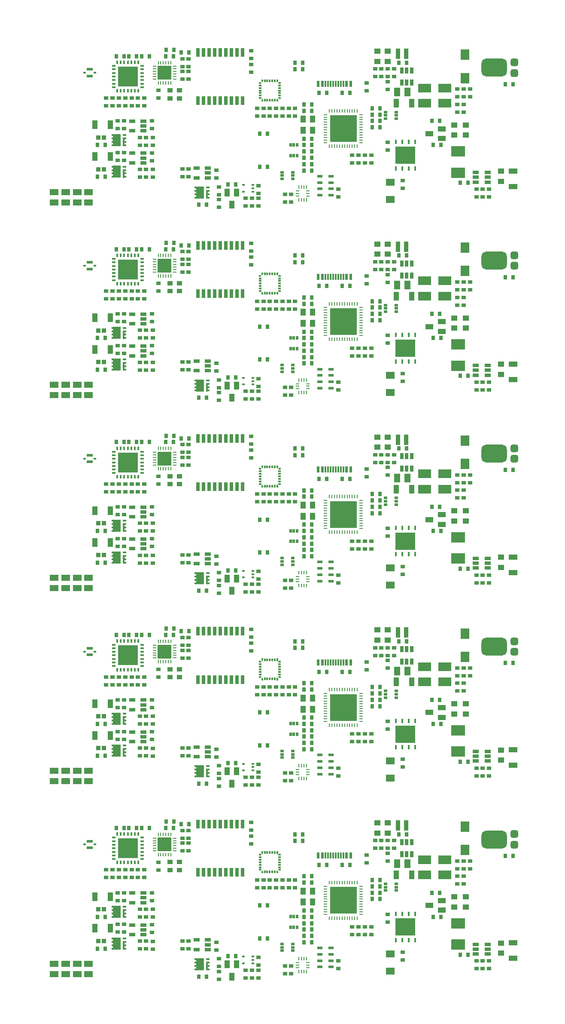
<source format=gtp>
G04*
G04 #@! TF.GenerationSoftware,Altium Limited,Altium Designer,22.1.2 (22)*
G04*
G04 Layer_Color=8421504*
%FSLAX44Y44*%
%MOMM*%
G71*
G04*
G04 #@! TF.SameCoordinates,9A175420-6E9C-451E-8E29-60AB4C3F01C6*
G04*
G04*
G04 #@! TF.FilePolarity,Positive*
G04*
G01*
G75*
%ADD10C,0.1000*%
%ADD14R,1.7000X1.4000*%
%ADD17R,0.7000X1.8000*%
%ADD18R,0.8000X1.8000*%
%ADD19R,0.8890X0.6350*%
%ADD20R,0.6350X0.8890*%
%ADD21R,0.5000X0.8000*%
%ADD22R,0.8500X2.0000*%
%ADD23R,0.7000X1.2000*%
%ADD24R,1.1000X1.4000*%
%ADD25R,1.2500X1.0000*%
%ADD26R,1.0160X1.7780*%
%ADD27R,0.8000X0.5000*%
%ADD28R,1.7780X1.0160*%
%ADD29R,1.5000X1.0000*%
%ADD30R,1.8000X2.0000*%
%ADD31R,0.3000X0.3500*%
%ADD32R,0.3000X0.5500*%
%ADD33R,0.3500X0.3000*%
%ADD34R,0.5500X0.3000*%
%ADD35R,1.2000X0.7000*%
%ADD36R,0.2500X0.6750*%
%ADD37R,0.6750X0.2500*%
%ADD38R,1.2500X0.5500*%
%ADD39R,0.5500X0.3500*%
%ADD40R,1.0000X0.9000*%
%ADD41R,0.6000X0.4200*%
%ADD42R,2.5000X1.7000*%
%ADD43R,1.0000X1.5000*%
%ADD44R,5.3000X5.3000*%
%ADD45O,0.2500X0.8000*%
%ADD46O,0.8000X0.2500*%
G04:AMPARAMS|DCode=47|XSize=5mm|YSize=3.5mm|CornerRadius=0.875mm|HoleSize=0mm|Usage=FLASHONLY|Rotation=180.000|XOffset=0mm|YOffset=0mm|HoleType=Round|Shape=RoundedRectangle|*
%AMROUNDEDRECTD47*
21,1,5.0000,1.7500,0,0,180.0*
21,1,3.2500,3.5000,0,0,180.0*
1,1,1.7500,-1.6250,0.8750*
1,1,1.7500,1.6250,0.8750*
1,1,1.7500,1.6250,-0.8750*
1,1,1.7500,-1.6250,-0.8750*
%
%ADD47ROUNDEDRECTD47*%
G04:AMPARAMS|DCode=48|XSize=1.5mm|YSize=1.5mm|CornerRadius=0.375mm|HoleSize=0mm|Usage=FLASHONLY|Rotation=180.000|XOffset=0mm|YOffset=0mm|HoleType=Round|Shape=RoundedRectangle|*
%AMROUNDEDRECTD48*
21,1,1.5000,0.7500,0,0,180.0*
21,1,0.7500,1.5000,0,0,180.0*
1,1,0.7500,-0.3750,0.3750*
1,1,0.7500,0.3750,0.3750*
1,1,0.7500,0.3750,-0.3750*
1,1,0.7500,-0.3750,-0.3750*
%
%ADD48ROUNDEDRECTD48*%
%ADD49R,0.3000X1.2500*%
%ADD50R,0.6000X1.2500*%
%ADD51R,0.8000X0.3500*%
%ADD52R,0.4500X1.6800*%
%ADD53R,1.5500X2.3600*%
%ADD54R,1.6510X1.1430*%
%ADD55R,0.9000X0.9000*%
%ADD56O,0.2200X0.7000*%
%ADD57O,0.7000X0.2200*%
%ADD58R,2.6800X2.6800*%
%ADD59R,3.8750X3.8750*%
%ADD60R,0.7000X0.4000*%
%ADD61R,0.4000X0.7000*%
%ADD62R,4.0000X3.4000*%
%ADD63R,0.4500X0.9000*%
%ADD64R,2.7900X2.0000*%
%ADD65R,1.1430X1.6510*%
%ADD66R,1.1000X0.6000*%
G36*
X541500Y1827750D02*
X540000Y1826250D01*
X538500D01*
Y1830000D01*
X541500D01*
Y1827750D01*
D02*
G37*
G36*
X511500Y1826250D02*
X510000D01*
X508500Y1827750D01*
Y1830000D01*
X511500D01*
Y1826250D01*
D02*
G37*
G36*
X545000Y1823500D02*
X541250D01*
Y1825000D01*
X542750Y1826500D01*
X545000D01*
Y1823500D01*
D02*
G37*
G36*
X508750Y1825000D02*
Y1823500D01*
X505000D01*
Y1826500D01*
X507250D01*
X508750Y1825000D01*
D02*
G37*
G36*
X545000Y1793500D02*
X542750D01*
X541250Y1795000D01*
Y1796500D01*
X545000D01*
Y1793500D01*
D02*
G37*
G36*
X508750Y1795000D02*
X507250Y1793500D01*
X505000D01*
Y1796500D01*
X508750D01*
Y1795000D01*
D02*
G37*
G36*
X541500Y1792250D02*
Y1790000D01*
X538500D01*
Y1793750D01*
X540000D01*
X541500Y1792250D01*
D02*
G37*
G36*
X511500Y1790000D02*
X508500D01*
Y1792250D01*
X510000Y1793750D01*
X511500D01*
Y1790000D01*
D02*
G37*
G36*
X541500Y1447750D02*
X540000Y1446250D01*
X538500D01*
Y1450000D01*
X541500D01*
Y1447750D01*
D02*
G37*
G36*
X511500Y1446250D02*
X510000D01*
X508500Y1447750D01*
Y1450000D01*
X511500D01*
Y1446250D01*
D02*
G37*
G36*
X545000Y1443500D02*
X541250D01*
Y1445000D01*
X542750Y1446500D01*
X545000D01*
Y1443500D01*
D02*
G37*
G36*
X508750Y1445000D02*
Y1443500D01*
X505000D01*
Y1446500D01*
X507250D01*
X508750Y1445000D01*
D02*
G37*
G36*
X545000Y1413500D02*
X542750D01*
X541250Y1415000D01*
Y1416500D01*
X545000D01*
Y1413500D01*
D02*
G37*
G36*
X508750Y1415000D02*
X507250Y1413500D01*
X505000D01*
Y1416500D01*
X508750D01*
Y1415000D01*
D02*
G37*
G36*
X541500Y1412250D02*
Y1410000D01*
X538500D01*
Y1413750D01*
X540000D01*
X541500Y1412250D01*
D02*
G37*
G36*
X511500Y1410000D02*
X508500D01*
Y1412250D01*
X510000Y1413750D01*
X511500D01*
Y1410000D01*
D02*
G37*
G36*
X541500Y1067750D02*
X540000Y1066250D01*
X538500D01*
Y1070000D01*
X541500D01*
Y1067750D01*
D02*
G37*
G36*
X511500Y1066250D02*
X510000D01*
X508500Y1067750D01*
Y1070000D01*
X511500D01*
Y1066250D01*
D02*
G37*
G36*
X545000Y1063500D02*
X541250D01*
Y1065000D01*
X542750Y1066500D01*
X545000D01*
Y1063500D01*
D02*
G37*
G36*
X508750Y1065000D02*
Y1063500D01*
X505000D01*
Y1066500D01*
X507250D01*
X508750Y1065000D01*
D02*
G37*
G36*
X545000Y1033500D02*
X542750D01*
X541250Y1035000D01*
Y1036500D01*
X545000D01*
Y1033500D01*
D02*
G37*
G36*
X508750Y1035000D02*
X507250Y1033500D01*
X505000D01*
Y1036500D01*
X508750D01*
Y1035000D01*
D02*
G37*
G36*
X541500Y1032250D02*
Y1030000D01*
X538500D01*
Y1033750D01*
X540000D01*
X541500Y1032250D01*
D02*
G37*
G36*
X511500Y1030000D02*
X508500D01*
Y1032250D01*
X510000Y1033750D01*
X511500D01*
Y1030000D01*
D02*
G37*
G36*
X541500Y687750D02*
X540000Y686250D01*
X538500D01*
Y690000D01*
X541500D01*
Y687750D01*
D02*
G37*
G36*
X511500Y686250D02*
X510000D01*
X508500Y687750D01*
Y690000D01*
X511500D01*
Y686250D01*
D02*
G37*
G36*
X545000Y683500D02*
X541250D01*
Y685000D01*
X542750Y686500D01*
X545000D01*
Y683500D01*
D02*
G37*
G36*
X508750Y685000D02*
Y683500D01*
X505000D01*
Y686500D01*
X507250D01*
X508750Y685000D01*
D02*
G37*
G36*
X545000Y653500D02*
X542750D01*
X541250Y655000D01*
Y656500D01*
X545000D01*
Y653500D01*
D02*
G37*
G36*
X508750Y655000D02*
X507250Y653500D01*
X505000D01*
Y656500D01*
X508750D01*
Y655000D01*
D02*
G37*
G36*
X541500Y652250D02*
Y650000D01*
X538500D01*
Y653750D01*
X540000D01*
X541500Y652250D01*
D02*
G37*
G36*
X511500Y650000D02*
X508500D01*
Y652250D01*
X510000Y653750D01*
X511500D01*
Y650000D01*
D02*
G37*
G36*
X541500Y307750D02*
X540000Y306250D01*
X538500D01*
Y310000D01*
X541500D01*
Y307750D01*
D02*
G37*
G36*
X511500Y306250D02*
X510000D01*
X508500Y307750D01*
Y310000D01*
X511500D01*
Y306250D01*
D02*
G37*
G36*
X545000Y303500D02*
X541250D01*
Y305000D01*
X542750Y306500D01*
X545000D01*
Y303500D01*
D02*
G37*
G36*
X508750Y305000D02*
Y303500D01*
X505000D01*
Y306500D01*
X507250D01*
X508750Y305000D01*
D02*
G37*
G36*
X545000Y273500D02*
X542750D01*
X541250Y275000D01*
Y276500D01*
X545000D01*
Y273500D01*
D02*
G37*
G36*
X508750Y275000D02*
X507250Y273500D01*
X505000D01*
Y276500D01*
X508750D01*
Y275000D01*
D02*
G37*
G36*
X541500Y272250D02*
Y270000D01*
X538500D01*
Y273750D01*
X540000D01*
X541500Y272250D01*
D02*
G37*
G36*
X511500Y270000D02*
X508500D01*
Y272250D01*
X510000Y273750D01*
X511500D01*
Y270000D01*
D02*
G37*
D10*
X20000Y1940000D02*
D03*
X1080000D02*
D03*
Y20000D02*
D03*
X20000D02*
D03*
D14*
X762502Y109500D02*
D03*
Y75500D02*
D03*
Y489500D02*
D03*
Y455500D02*
D03*
Y869500D02*
D03*
Y835500D02*
D03*
Y1249500D02*
D03*
Y1215500D02*
D03*
Y1629500D02*
D03*
Y1595500D02*
D03*
D17*
X471500Y365000D02*
D03*
X383500D02*
D03*
Y270000D02*
D03*
X471500D02*
D03*
Y745000D02*
D03*
X383500D02*
D03*
Y650000D02*
D03*
X471500D02*
D03*
Y1125000D02*
D03*
X383500D02*
D03*
Y1030000D02*
D03*
X471500D02*
D03*
Y1505000D02*
D03*
X383500D02*
D03*
Y1410000D02*
D03*
X471500D02*
D03*
Y1885000D02*
D03*
X383500D02*
D03*
Y1790000D02*
D03*
X471500D02*
D03*
D18*
X460500Y365000D02*
D03*
X449500D02*
D03*
X438500D02*
D03*
X427500D02*
D03*
X416500D02*
D03*
X405500D02*
D03*
X394500D02*
D03*
Y270000D02*
D03*
X405500D02*
D03*
X416500D02*
D03*
X427500D02*
D03*
X438500D02*
D03*
X449500D02*
D03*
X460500D02*
D03*
Y745000D02*
D03*
X449500D02*
D03*
X438500D02*
D03*
X427500D02*
D03*
X416500D02*
D03*
X405500D02*
D03*
X394500D02*
D03*
Y650000D02*
D03*
X405500D02*
D03*
X416500D02*
D03*
X427500D02*
D03*
X438500D02*
D03*
X449500D02*
D03*
X460500D02*
D03*
Y1125000D02*
D03*
X449500D02*
D03*
X438500D02*
D03*
X427500D02*
D03*
X416500D02*
D03*
X405500D02*
D03*
X394500D02*
D03*
Y1030000D02*
D03*
X405500D02*
D03*
X416500D02*
D03*
X427500D02*
D03*
X438500D02*
D03*
X449500D02*
D03*
X460500D02*
D03*
Y1505000D02*
D03*
X449500D02*
D03*
X438500D02*
D03*
X427500D02*
D03*
X416500D02*
D03*
X405500D02*
D03*
X394500D02*
D03*
Y1410000D02*
D03*
X405500D02*
D03*
X416500D02*
D03*
X427500D02*
D03*
X438500D02*
D03*
X449500D02*
D03*
X460500D02*
D03*
Y1885000D02*
D03*
X449500D02*
D03*
X438500D02*
D03*
X427500D02*
D03*
X416500D02*
D03*
X405500D02*
D03*
X394500D02*
D03*
Y1790000D02*
D03*
X405500D02*
D03*
X416500D02*
D03*
X427500D02*
D03*
X438500D02*
D03*
X449500D02*
D03*
X460500D02*
D03*
D19*
X294000Y134240D02*
D03*
Y119000D02*
D03*
Y197620D02*
D03*
Y182380D02*
D03*
X907500Y277380D02*
D03*
Y292620D02*
D03*
X562500Y239880D02*
D03*
Y255120D02*
D03*
X575000Y239880D02*
D03*
Y255120D02*
D03*
X269000Y119380D02*
D03*
Y134620D02*
D03*
X281000D02*
D03*
Y119380D02*
D03*
X269000Y182380D02*
D03*
Y197620D02*
D03*
X281000D02*
D03*
Y182380D02*
D03*
X365000Y337380D02*
D03*
Y352620D02*
D03*
X500000Y255120D02*
D03*
Y239880D02*
D03*
X240000Y275120D02*
D03*
Y259880D02*
D03*
X227500Y275120D02*
D03*
Y259880D02*
D03*
X716000Y289380D02*
D03*
Y304620D02*
D03*
X502500Y62380D02*
D03*
Y77620D02*
D03*
Y87380D02*
D03*
Y102620D02*
D03*
X895000Y292620D02*
D03*
Y277380D02*
D03*
X700000Y162620D02*
D03*
Y147380D02*
D03*
X907500Y262620D02*
D03*
Y247380D02*
D03*
X895000D02*
D03*
Y262620D02*
D03*
X525000Y239880D02*
D03*
Y255120D02*
D03*
X488000Y326380D02*
D03*
Y341620D02*
D03*
X490000Y77620D02*
D03*
Y62380D02*
D03*
X425000Y100120D02*
D03*
Y84880D02*
D03*
Y59880D02*
D03*
Y75120D02*
D03*
X292500Y167120D02*
D03*
Y151880D02*
D03*
Y230120D02*
D03*
Y214880D02*
D03*
X225000Y152380D02*
D03*
Y167620D02*
D03*
Y214880D02*
D03*
Y230120D02*
D03*
X237500Y167620D02*
D03*
Y152380D02*
D03*
Y230120D02*
D03*
Y214880D02*
D03*
X757500Y307620D02*
D03*
Y292380D02*
D03*
X770000Y332620D02*
D03*
Y317380D02*
D03*
X957000Y95620D02*
D03*
Y80380D02*
D03*
X920000Y277380D02*
D03*
Y292620D02*
D03*
X933000Y80380D02*
D03*
Y95620D02*
D03*
X787500Y112620D02*
D03*
Y97380D02*
D03*
X712500Y162620D02*
D03*
Y147380D02*
D03*
X745000Y332620D02*
D03*
Y317380D02*
D03*
X733000Y332620D02*
D03*
Y317380D02*
D03*
X488000Y353380D02*
D03*
Y368620D02*
D03*
X352500Y119880D02*
D03*
Y135120D02*
D03*
X550000Y239880D02*
D03*
Y255120D02*
D03*
X757500Y332620D02*
D03*
Y317380D02*
D03*
X945000Y80380D02*
D03*
Y95620D02*
D03*
X757500Y187620D02*
D03*
Y172380D02*
D03*
X512500Y255120D02*
D03*
Y239880D02*
D03*
X305000Y290120D02*
D03*
Y274880D02*
D03*
X352500Y337380D02*
D03*
Y352620D02*
D03*
Y327620D02*
D03*
Y312380D02*
D03*
X477500Y77620D02*
D03*
Y62380D02*
D03*
X687500Y162620D02*
D03*
Y147380D02*
D03*
X725000D02*
D03*
Y162620D02*
D03*
X567000Y70380D02*
D03*
Y85620D02*
D03*
X555000D02*
D03*
Y70380D02*
D03*
X365000Y327620D02*
D03*
Y312380D02*
D03*
Y119880D02*
D03*
Y135120D02*
D03*
X265000Y275120D02*
D03*
Y259880D02*
D03*
X215000Y275120D02*
D03*
Y259880D02*
D03*
X252500Y275120D02*
D03*
Y259880D02*
D03*
X537500Y255120D02*
D03*
Y239880D02*
D03*
X277500Y275120D02*
D03*
Y259880D02*
D03*
X420000Y117380D02*
D03*
Y132620D02*
D03*
X660000Y80380D02*
D03*
Y95620D02*
D03*
X202500Y275120D02*
D03*
Y259880D02*
D03*
X294000Y514240D02*
D03*
Y499000D02*
D03*
Y577620D02*
D03*
Y562380D02*
D03*
X907500Y657380D02*
D03*
Y672620D02*
D03*
X562500Y619880D02*
D03*
Y635120D02*
D03*
X575000Y619880D02*
D03*
Y635120D02*
D03*
X269000Y499380D02*
D03*
Y514620D02*
D03*
X281000D02*
D03*
Y499380D02*
D03*
X269000Y562380D02*
D03*
Y577620D02*
D03*
X281000D02*
D03*
Y562380D02*
D03*
X365000Y717380D02*
D03*
Y732620D02*
D03*
X500000Y635120D02*
D03*
Y619880D02*
D03*
X240000Y655120D02*
D03*
Y639880D02*
D03*
X227500Y655120D02*
D03*
Y639880D02*
D03*
X716000Y669380D02*
D03*
Y684620D02*
D03*
X502500Y442380D02*
D03*
Y457620D02*
D03*
Y467380D02*
D03*
Y482620D02*
D03*
X895000Y672620D02*
D03*
Y657380D02*
D03*
X700000Y542620D02*
D03*
Y527380D02*
D03*
X907500Y642620D02*
D03*
Y627380D02*
D03*
X895000D02*
D03*
Y642620D02*
D03*
X525000Y619880D02*
D03*
Y635120D02*
D03*
X488000Y706380D02*
D03*
Y721620D02*
D03*
X490000Y457620D02*
D03*
Y442380D02*
D03*
X425000Y480120D02*
D03*
Y464880D02*
D03*
Y439880D02*
D03*
Y455120D02*
D03*
X292500Y547120D02*
D03*
Y531880D02*
D03*
Y610120D02*
D03*
Y594880D02*
D03*
X225000Y532380D02*
D03*
Y547620D02*
D03*
Y594880D02*
D03*
Y610120D02*
D03*
X237500Y547620D02*
D03*
Y532380D02*
D03*
Y610120D02*
D03*
Y594880D02*
D03*
X757500Y687620D02*
D03*
Y672380D02*
D03*
X770000Y712620D02*
D03*
Y697380D02*
D03*
X957000Y475620D02*
D03*
Y460380D02*
D03*
X920000Y657380D02*
D03*
Y672620D02*
D03*
X933000Y460380D02*
D03*
Y475620D02*
D03*
X787500Y492620D02*
D03*
Y477380D02*
D03*
X712500Y542620D02*
D03*
Y527380D02*
D03*
X745000Y712620D02*
D03*
Y697380D02*
D03*
X733000Y712620D02*
D03*
Y697380D02*
D03*
X488000Y733380D02*
D03*
Y748620D02*
D03*
X352500Y499880D02*
D03*
Y515120D02*
D03*
X550000Y619880D02*
D03*
Y635120D02*
D03*
X757500Y712620D02*
D03*
Y697380D02*
D03*
X945000Y460380D02*
D03*
Y475620D02*
D03*
X757500Y567620D02*
D03*
Y552380D02*
D03*
X512500Y635120D02*
D03*
Y619880D02*
D03*
X305000Y670120D02*
D03*
Y654880D02*
D03*
X352500Y717380D02*
D03*
Y732620D02*
D03*
Y707620D02*
D03*
Y692380D02*
D03*
X477500Y457620D02*
D03*
Y442380D02*
D03*
X687500Y542620D02*
D03*
Y527380D02*
D03*
X725000D02*
D03*
Y542620D02*
D03*
X567000Y450380D02*
D03*
Y465620D02*
D03*
X555000D02*
D03*
Y450380D02*
D03*
X365000Y707620D02*
D03*
Y692380D02*
D03*
Y499880D02*
D03*
Y515120D02*
D03*
X265000Y655120D02*
D03*
Y639880D02*
D03*
X215000Y655120D02*
D03*
Y639880D02*
D03*
X252500Y655120D02*
D03*
Y639880D02*
D03*
X537500Y635120D02*
D03*
Y619880D02*
D03*
X277500Y655120D02*
D03*
Y639880D02*
D03*
X420000Y497380D02*
D03*
Y512620D02*
D03*
X660000Y460380D02*
D03*
Y475620D02*
D03*
X202500Y655120D02*
D03*
Y639880D02*
D03*
X294000Y894240D02*
D03*
Y879000D02*
D03*
Y957620D02*
D03*
Y942380D02*
D03*
X907500Y1037380D02*
D03*
Y1052620D02*
D03*
X562500Y999880D02*
D03*
Y1015120D02*
D03*
X575000Y999880D02*
D03*
Y1015120D02*
D03*
X269000Y879380D02*
D03*
Y894620D02*
D03*
X281000D02*
D03*
Y879380D02*
D03*
X269000Y942380D02*
D03*
Y957620D02*
D03*
X281000D02*
D03*
Y942380D02*
D03*
X365000Y1097380D02*
D03*
Y1112620D02*
D03*
X500000Y1015120D02*
D03*
Y999880D02*
D03*
X240000Y1035120D02*
D03*
Y1019880D02*
D03*
X227500Y1035120D02*
D03*
Y1019880D02*
D03*
X716000Y1049380D02*
D03*
Y1064620D02*
D03*
X502500Y822380D02*
D03*
Y837620D02*
D03*
Y847380D02*
D03*
Y862620D02*
D03*
X895000Y1052620D02*
D03*
Y1037380D02*
D03*
X700000Y922620D02*
D03*
Y907380D02*
D03*
X907500Y1022620D02*
D03*
Y1007380D02*
D03*
X895000D02*
D03*
Y1022620D02*
D03*
X525000Y999880D02*
D03*
Y1015120D02*
D03*
X488000Y1086380D02*
D03*
Y1101620D02*
D03*
X490000Y837620D02*
D03*
Y822380D02*
D03*
X425000Y860120D02*
D03*
Y844880D02*
D03*
Y819880D02*
D03*
Y835120D02*
D03*
X292500Y927120D02*
D03*
Y911880D02*
D03*
Y990120D02*
D03*
Y974880D02*
D03*
X225000Y912380D02*
D03*
Y927620D02*
D03*
Y974880D02*
D03*
Y990120D02*
D03*
X237500Y927620D02*
D03*
Y912380D02*
D03*
Y990120D02*
D03*
Y974880D02*
D03*
X757500Y1067620D02*
D03*
Y1052380D02*
D03*
X770000Y1092620D02*
D03*
Y1077380D02*
D03*
X957000Y855620D02*
D03*
Y840380D02*
D03*
X920000Y1037380D02*
D03*
Y1052620D02*
D03*
X933000Y840380D02*
D03*
Y855620D02*
D03*
X787500Y872620D02*
D03*
Y857380D02*
D03*
X712500Y922620D02*
D03*
Y907380D02*
D03*
X745000Y1092620D02*
D03*
Y1077380D02*
D03*
X733000Y1092620D02*
D03*
Y1077380D02*
D03*
X488000Y1113380D02*
D03*
Y1128620D02*
D03*
X352500Y879880D02*
D03*
Y895120D02*
D03*
X550000Y999880D02*
D03*
Y1015120D02*
D03*
X757500Y1092620D02*
D03*
Y1077380D02*
D03*
X945000Y840380D02*
D03*
Y855620D02*
D03*
X757500Y947620D02*
D03*
Y932380D02*
D03*
X512500Y1015120D02*
D03*
Y999880D02*
D03*
X305000Y1050120D02*
D03*
Y1034880D02*
D03*
X352500Y1097380D02*
D03*
Y1112620D02*
D03*
Y1087620D02*
D03*
Y1072380D02*
D03*
X477500Y837620D02*
D03*
Y822380D02*
D03*
X687500Y922620D02*
D03*
Y907380D02*
D03*
X725000D02*
D03*
Y922620D02*
D03*
X567000Y830380D02*
D03*
Y845620D02*
D03*
X555000D02*
D03*
Y830380D02*
D03*
X365000Y1087620D02*
D03*
Y1072380D02*
D03*
Y879880D02*
D03*
Y895120D02*
D03*
X265000Y1035120D02*
D03*
Y1019880D02*
D03*
X215000Y1035120D02*
D03*
Y1019880D02*
D03*
X252500Y1035120D02*
D03*
Y1019880D02*
D03*
X537500Y1015120D02*
D03*
Y999880D02*
D03*
X277500Y1035120D02*
D03*
Y1019880D02*
D03*
X420000Y877380D02*
D03*
Y892620D02*
D03*
X660000Y840380D02*
D03*
Y855620D02*
D03*
X202500Y1035120D02*
D03*
Y1019880D02*
D03*
X294000Y1274240D02*
D03*
Y1259000D02*
D03*
Y1337620D02*
D03*
Y1322380D02*
D03*
X907500Y1417380D02*
D03*
Y1432620D02*
D03*
X562500Y1379880D02*
D03*
Y1395120D02*
D03*
X575000Y1379880D02*
D03*
Y1395120D02*
D03*
X269000Y1259380D02*
D03*
Y1274620D02*
D03*
X281000D02*
D03*
Y1259380D02*
D03*
X269000Y1322380D02*
D03*
Y1337620D02*
D03*
X281000D02*
D03*
Y1322380D02*
D03*
X365000Y1477380D02*
D03*
Y1492620D02*
D03*
X500000Y1395120D02*
D03*
Y1379880D02*
D03*
X240000Y1415120D02*
D03*
Y1399880D02*
D03*
X227500Y1415120D02*
D03*
Y1399880D02*
D03*
X716000Y1429380D02*
D03*
Y1444620D02*
D03*
X502500Y1202380D02*
D03*
Y1217620D02*
D03*
Y1227380D02*
D03*
Y1242620D02*
D03*
X895000Y1432620D02*
D03*
Y1417380D02*
D03*
X700000Y1302620D02*
D03*
Y1287380D02*
D03*
X907500Y1402620D02*
D03*
Y1387380D02*
D03*
X895000D02*
D03*
Y1402620D02*
D03*
X525000Y1379880D02*
D03*
Y1395120D02*
D03*
X488000Y1466380D02*
D03*
Y1481620D02*
D03*
X490000Y1217620D02*
D03*
Y1202380D02*
D03*
X425000Y1240120D02*
D03*
Y1224880D02*
D03*
Y1199880D02*
D03*
Y1215120D02*
D03*
X292500Y1307120D02*
D03*
Y1291880D02*
D03*
Y1370120D02*
D03*
Y1354880D02*
D03*
X225000Y1292380D02*
D03*
Y1307620D02*
D03*
Y1354880D02*
D03*
Y1370120D02*
D03*
X237500Y1307620D02*
D03*
Y1292380D02*
D03*
Y1370120D02*
D03*
Y1354880D02*
D03*
X757500Y1447620D02*
D03*
Y1432380D02*
D03*
X770000Y1472620D02*
D03*
Y1457380D02*
D03*
X957000Y1235620D02*
D03*
Y1220380D02*
D03*
X920000Y1417380D02*
D03*
Y1432620D02*
D03*
X933000Y1220380D02*
D03*
Y1235620D02*
D03*
X787500Y1252620D02*
D03*
Y1237380D02*
D03*
X712500Y1302620D02*
D03*
Y1287380D02*
D03*
X745000Y1472620D02*
D03*
Y1457380D02*
D03*
X733000Y1472620D02*
D03*
Y1457380D02*
D03*
X488000Y1493380D02*
D03*
Y1508620D02*
D03*
X352500Y1259880D02*
D03*
Y1275120D02*
D03*
X550000Y1379880D02*
D03*
Y1395120D02*
D03*
X757500Y1472620D02*
D03*
Y1457380D02*
D03*
X945000Y1220380D02*
D03*
Y1235620D02*
D03*
X757500Y1327620D02*
D03*
Y1312380D02*
D03*
X512500Y1395120D02*
D03*
Y1379880D02*
D03*
X305000Y1430120D02*
D03*
Y1414880D02*
D03*
X352500Y1477380D02*
D03*
Y1492620D02*
D03*
Y1467620D02*
D03*
Y1452380D02*
D03*
X477500Y1217620D02*
D03*
Y1202380D02*
D03*
X687500Y1302620D02*
D03*
Y1287380D02*
D03*
X725000D02*
D03*
Y1302620D02*
D03*
X567000Y1210380D02*
D03*
Y1225620D02*
D03*
X555000D02*
D03*
Y1210380D02*
D03*
X365000Y1467620D02*
D03*
Y1452380D02*
D03*
Y1259880D02*
D03*
Y1275120D02*
D03*
X265000Y1415120D02*
D03*
Y1399880D02*
D03*
X215000Y1415120D02*
D03*
Y1399880D02*
D03*
X252500Y1415120D02*
D03*
Y1399880D02*
D03*
X537500Y1395120D02*
D03*
Y1379880D02*
D03*
X277500Y1415120D02*
D03*
Y1399880D02*
D03*
X420000Y1257380D02*
D03*
Y1272620D02*
D03*
X660000Y1220380D02*
D03*
Y1235620D02*
D03*
X202500Y1415120D02*
D03*
Y1399880D02*
D03*
X294000Y1654240D02*
D03*
Y1639000D02*
D03*
Y1717620D02*
D03*
Y1702380D02*
D03*
X907500Y1797380D02*
D03*
Y1812620D02*
D03*
X562500Y1759880D02*
D03*
Y1775120D02*
D03*
X575000Y1759880D02*
D03*
Y1775120D02*
D03*
X269000Y1639380D02*
D03*
Y1654620D02*
D03*
X281000D02*
D03*
Y1639380D02*
D03*
X269000Y1702380D02*
D03*
Y1717620D02*
D03*
X281000D02*
D03*
Y1702380D02*
D03*
X365000Y1857380D02*
D03*
Y1872620D02*
D03*
X500000Y1775120D02*
D03*
Y1759880D02*
D03*
X240000Y1795120D02*
D03*
Y1779880D02*
D03*
X227500Y1795120D02*
D03*
Y1779880D02*
D03*
X716000Y1809380D02*
D03*
Y1824620D02*
D03*
X502500Y1582380D02*
D03*
Y1597620D02*
D03*
Y1607380D02*
D03*
Y1622620D02*
D03*
X895000Y1812620D02*
D03*
Y1797380D02*
D03*
X700000Y1682620D02*
D03*
Y1667380D02*
D03*
X907500Y1782620D02*
D03*
Y1767380D02*
D03*
X895000D02*
D03*
Y1782620D02*
D03*
X525000Y1759880D02*
D03*
Y1775120D02*
D03*
X488000Y1846380D02*
D03*
Y1861620D02*
D03*
X490000Y1597620D02*
D03*
Y1582380D02*
D03*
X425000Y1620120D02*
D03*
Y1604880D02*
D03*
Y1579880D02*
D03*
Y1595120D02*
D03*
X292500Y1687120D02*
D03*
Y1671880D02*
D03*
Y1750120D02*
D03*
Y1734880D02*
D03*
X225000Y1672380D02*
D03*
Y1687620D02*
D03*
Y1734880D02*
D03*
Y1750120D02*
D03*
X237500Y1687620D02*
D03*
Y1672380D02*
D03*
Y1750120D02*
D03*
Y1734880D02*
D03*
X757500Y1827620D02*
D03*
Y1812380D02*
D03*
X770000Y1852620D02*
D03*
Y1837380D02*
D03*
X957000Y1615620D02*
D03*
Y1600380D02*
D03*
X920000Y1797380D02*
D03*
Y1812620D02*
D03*
X933000Y1600380D02*
D03*
Y1615620D02*
D03*
X787500Y1632620D02*
D03*
Y1617380D02*
D03*
X712500Y1682620D02*
D03*
Y1667380D02*
D03*
X745000Y1852620D02*
D03*
Y1837380D02*
D03*
X733000Y1852620D02*
D03*
Y1837380D02*
D03*
X488000Y1873380D02*
D03*
Y1888620D02*
D03*
X352500Y1639880D02*
D03*
Y1655120D02*
D03*
X550000Y1759880D02*
D03*
Y1775120D02*
D03*
X757500Y1852620D02*
D03*
Y1837380D02*
D03*
X945000Y1600380D02*
D03*
Y1615620D02*
D03*
X757500Y1707620D02*
D03*
Y1692380D02*
D03*
X512500Y1775120D02*
D03*
Y1759880D02*
D03*
X305000Y1810120D02*
D03*
Y1794880D02*
D03*
X352500Y1857380D02*
D03*
Y1872620D02*
D03*
Y1847620D02*
D03*
Y1832380D02*
D03*
X477500Y1597620D02*
D03*
Y1582380D02*
D03*
X687500Y1682620D02*
D03*
Y1667380D02*
D03*
X725000D02*
D03*
Y1682620D02*
D03*
X567000Y1590380D02*
D03*
Y1605620D02*
D03*
X555000D02*
D03*
Y1590380D02*
D03*
X365000Y1847620D02*
D03*
Y1832380D02*
D03*
Y1639880D02*
D03*
Y1655120D02*
D03*
X265000Y1795120D02*
D03*
Y1779880D02*
D03*
X215000Y1795120D02*
D03*
Y1779880D02*
D03*
X252500Y1795120D02*
D03*
Y1779880D02*
D03*
X537500Y1775120D02*
D03*
Y1759880D02*
D03*
X277500Y1795120D02*
D03*
Y1779880D02*
D03*
X420000Y1637380D02*
D03*
Y1652620D02*
D03*
X660000Y1600380D02*
D03*
Y1615620D02*
D03*
X202500Y1795120D02*
D03*
Y1779880D02*
D03*
D20*
X1005120Y302500D02*
D03*
X989880D02*
D03*
X520120Y205000D02*
D03*
X504880D02*
D03*
X727380Y217500D02*
D03*
X742620D02*
D03*
X727380Y230000D02*
D03*
X742620D02*
D03*
X592380Y145000D02*
D03*
X607620D02*
D03*
X592380Y157500D02*
D03*
X607620D02*
D03*
X592380Y132500D02*
D03*
X607620D02*
D03*
X320380Y370000D02*
D03*
X335620D02*
D03*
X795120Y345000D02*
D03*
X779880D02*
D03*
X350380Y365000D02*
D03*
X365620D02*
D03*
X400120Y65000D02*
D03*
X384880D02*
D03*
X900380Y108000D02*
D03*
X915620D02*
D03*
X844880Y230000D02*
D03*
X860120D02*
D03*
X847500Y182500D02*
D03*
X862740D02*
D03*
X667380Y285000D02*
D03*
X682620D02*
D03*
X637620D02*
D03*
X622380D02*
D03*
X457620Y105000D02*
D03*
X442380D02*
D03*
X184880Y120000D02*
D03*
X200120D02*
D03*
X184880Y182500D02*
D03*
X200120D02*
D03*
X574380Y332000D02*
D03*
X589620D02*
D03*
X574380Y345000D02*
D03*
X589620D02*
D03*
X320000Y357500D02*
D03*
X335240D02*
D03*
X520120Y140000D02*
D03*
X504880D02*
D03*
X607620Y195000D02*
D03*
X592380D02*
D03*
Y250000D02*
D03*
X607620D02*
D03*
Y262500D02*
D03*
X592380D02*
D03*
X727380Y255000D02*
D03*
X742620D02*
D03*
X727380Y242500D02*
D03*
X742620D02*
D03*
X607620Y170000D02*
D03*
X592380D02*
D03*
X607620Y182500D02*
D03*
X592380D02*
D03*
X262620Y357500D02*
D03*
X247380D02*
D03*
X272380D02*
D03*
X287620D02*
D03*
X222380D02*
D03*
X237620D02*
D03*
X1005120Y682500D02*
D03*
X989880D02*
D03*
X520120Y585000D02*
D03*
X504880D02*
D03*
X727380Y597500D02*
D03*
X742620D02*
D03*
X727380Y610000D02*
D03*
X742620D02*
D03*
X592380Y525000D02*
D03*
X607620D02*
D03*
X592380Y537500D02*
D03*
X607620D02*
D03*
X592380Y512500D02*
D03*
X607620D02*
D03*
X320380Y750000D02*
D03*
X335620D02*
D03*
X795120Y725000D02*
D03*
X779880D02*
D03*
X350380Y745000D02*
D03*
X365620D02*
D03*
X400120Y445000D02*
D03*
X384880D02*
D03*
X900380Y488000D02*
D03*
X915620D02*
D03*
X844880Y610000D02*
D03*
X860120D02*
D03*
X847500Y562500D02*
D03*
X862740D02*
D03*
X667380Y665000D02*
D03*
X682620D02*
D03*
X637620D02*
D03*
X622380D02*
D03*
X457620Y485000D02*
D03*
X442380D02*
D03*
X184880Y500000D02*
D03*
X200120D02*
D03*
X184880Y562500D02*
D03*
X200120D02*
D03*
X574380Y712000D02*
D03*
X589620D02*
D03*
X574380Y725000D02*
D03*
X589620D02*
D03*
X320000Y737500D02*
D03*
X335240D02*
D03*
X520120Y520000D02*
D03*
X504880D02*
D03*
X607620Y575000D02*
D03*
X592380D02*
D03*
Y630000D02*
D03*
X607620D02*
D03*
Y642500D02*
D03*
X592380D02*
D03*
X727380Y635000D02*
D03*
X742620D02*
D03*
X727380Y622500D02*
D03*
X742620D02*
D03*
X607620Y550000D02*
D03*
X592380D02*
D03*
X607620Y562500D02*
D03*
X592380D02*
D03*
X262620Y737500D02*
D03*
X247380D02*
D03*
X272380D02*
D03*
X287620D02*
D03*
X222380D02*
D03*
X237620D02*
D03*
X1005120Y1062500D02*
D03*
X989880D02*
D03*
X520120Y965000D02*
D03*
X504880D02*
D03*
X727380Y977500D02*
D03*
X742620D02*
D03*
X727380Y990000D02*
D03*
X742620D02*
D03*
X592380Y905000D02*
D03*
X607620D02*
D03*
X592380Y917500D02*
D03*
X607620D02*
D03*
X592380Y892500D02*
D03*
X607620D02*
D03*
X320380Y1130000D02*
D03*
X335620D02*
D03*
X795120Y1105000D02*
D03*
X779880D02*
D03*
X350380Y1125000D02*
D03*
X365620D02*
D03*
X400120Y825000D02*
D03*
X384880D02*
D03*
X900380Y868000D02*
D03*
X915620D02*
D03*
X844880Y990000D02*
D03*
X860120D02*
D03*
X847500Y942500D02*
D03*
X862740D02*
D03*
X667380Y1045000D02*
D03*
X682620D02*
D03*
X637620D02*
D03*
X622380D02*
D03*
X457620Y865000D02*
D03*
X442380D02*
D03*
X184880Y880000D02*
D03*
X200120D02*
D03*
X184880Y942500D02*
D03*
X200120D02*
D03*
X574380Y1092000D02*
D03*
X589620D02*
D03*
X574380Y1105000D02*
D03*
X589620D02*
D03*
X320000Y1117500D02*
D03*
X335240D02*
D03*
X520120Y900000D02*
D03*
X504880D02*
D03*
X607620Y955000D02*
D03*
X592380D02*
D03*
Y1010000D02*
D03*
X607620D02*
D03*
Y1022500D02*
D03*
X592380D02*
D03*
X727380Y1015000D02*
D03*
X742620D02*
D03*
X727380Y1002500D02*
D03*
X742620D02*
D03*
X607620Y930000D02*
D03*
X592380D02*
D03*
X607620Y942500D02*
D03*
X592380D02*
D03*
X262620Y1117500D02*
D03*
X247380D02*
D03*
X272380D02*
D03*
X287620D02*
D03*
X222380D02*
D03*
X237620D02*
D03*
X1005120Y1442500D02*
D03*
X989880D02*
D03*
X520120Y1345000D02*
D03*
X504880D02*
D03*
X727380Y1357500D02*
D03*
X742620D02*
D03*
X727380Y1370000D02*
D03*
X742620D02*
D03*
X592380Y1285000D02*
D03*
X607620D02*
D03*
X592380Y1297500D02*
D03*
X607620D02*
D03*
X592380Y1272500D02*
D03*
X607620D02*
D03*
X320380Y1510000D02*
D03*
X335620D02*
D03*
X795120Y1485000D02*
D03*
X779880D02*
D03*
X350380Y1505000D02*
D03*
X365620D02*
D03*
X400120Y1205000D02*
D03*
X384880D02*
D03*
X900380Y1248000D02*
D03*
X915620D02*
D03*
X844880Y1370000D02*
D03*
X860120D02*
D03*
X847500Y1322500D02*
D03*
X862740D02*
D03*
X667380Y1425000D02*
D03*
X682620D02*
D03*
X637620D02*
D03*
X622380D02*
D03*
X457620Y1245000D02*
D03*
X442380D02*
D03*
X184880Y1260000D02*
D03*
X200120D02*
D03*
X184880Y1322500D02*
D03*
X200120D02*
D03*
X574380Y1472000D02*
D03*
X589620D02*
D03*
X574380Y1485000D02*
D03*
X589620D02*
D03*
X320000Y1497500D02*
D03*
X335240D02*
D03*
X520120Y1280000D02*
D03*
X504880D02*
D03*
X607620Y1335000D02*
D03*
X592380D02*
D03*
Y1390000D02*
D03*
X607620D02*
D03*
Y1402500D02*
D03*
X592380D02*
D03*
X727380Y1395000D02*
D03*
X742620D02*
D03*
X727380Y1382500D02*
D03*
X742620D02*
D03*
X607620Y1310000D02*
D03*
X592380D02*
D03*
X607620Y1322500D02*
D03*
X592380D02*
D03*
X262620Y1497500D02*
D03*
X247380D02*
D03*
X272380D02*
D03*
X287620D02*
D03*
X222380D02*
D03*
X237620D02*
D03*
X1005120Y1822500D02*
D03*
X989880D02*
D03*
X520120Y1725000D02*
D03*
X504880D02*
D03*
X727380Y1737500D02*
D03*
X742620D02*
D03*
X727380Y1750000D02*
D03*
X742620D02*
D03*
X592380Y1665000D02*
D03*
X607620D02*
D03*
X592380Y1677500D02*
D03*
X607620D02*
D03*
X592380Y1652500D02*
D03*
X607620D02*
D03*
X320380Y1890000D02*
D03*
X335620D02*
D03*
X795120Y1865000D02*
D03*
X779880D02*
D03*
X350380Y1885000D02*
D03*
X365620D02*
D03*
X400120Y1585000D02*
D03*
X384880D02*
D03*
X900380Y1628000D02*
D03*
X915620D02*
D03*
X844880Y1750000D02*
D03*
X860120D02*
D03*
X847500Y1702500D02*
D03*
X862740D02*
D03*
X667380Y1805000D02*
D03*
X682620D02*
D03*
X637620D02*
D03*
X622380D02*
D03*
X457620Y1625000D02*
D03*
X442380D02*
D03*
X184880Y1640000D02*
D03*
X200120D02*
D03*
X184880Y1702500D02*
D03*
X200120D02*
D03*
X574380Y1852000D02*
D03*
X589620D02*
D03*
X574380Y1865000D02*
D03*
X589620D02*
D03*
X320000Y1877500D02*
D03*
X335240D02*
D03*
X520120Y1660000D02*
D03*
X504880D02*
D03*
X607620Y1715000D02*
D03*
X592380D02*
D03*
Y1770000D02*
D03*
X607620D02*
D03*
Y1782500D02*
D03*
X592380D02*
D03*
X727380Y1775000D02*
D03*
X742620D02*
D03*
X727380Y1762500D02*
D03*
X742620D02*
D03*
X607620Y1690000D02*
D03*
X592380D02*
D03*
X607620Y1702500D02*
D03*
X592380D02*
D03*
X262620Y1877500D02*
D03*
X247380D02*
D03*
X272380D02*
D03*
X287620D02*
D03*
X222380D02*
D03*
X237620D02*
D03*
D21*
X572501Y162000D02*
D03*
X566000Y183000D02*
D03*
X579000D02*
D03*
X572499D02*
D03*
X566000Y162000D02*
D03*
X579000D02*
D03*
X572501Y542000D02*
D03*
X566000Y563000D02*
D03*
X579000D02*
D03*
X572499D02*
D03*
X566000Y542000D02*
D03*
X579000D02*
D03*
X572501Y922000D02*
D03*
X566000Y943000D02*
D03*
X579000D02*
D03*
X572499D02*
D03*
X566000Y922000D02*
D03*
X579000D02*
D03*
X572501Y1302000D02*
D03*
X566000Y1323000D02*
D03*
X579000D02*
D03*
X572499D02*
D03*
X566000Y1302000D02*
D03*
X579000D02*
D03*
X572501Y1682000D02*
D03*
X566000Y1703000D02*
D03*
X579000D02*
D03*
X572499D02*
D03*
X566000Y1682000D02*
D03*
X579000D02*
D03*
D22*
X793500Y362500D02*
D03*
X777500D02*
D03*
X793500Y742500D02*
D03*
X777500D02*
D03*
X793500Y1122500D02*
D03*
X777500D02*
D03*
X793500Y1502500D02*
D03*
X777500D02*
D03*
X793500Y1882500D02*
D03*
X777500D02*
D03*
D23*
X804500Y305500D02*
D03*
X785500D02*
D03*
Y329500D02*
D03*
X795000D02*
D03*
X804500D02*
D03*
X795000Y305500D02*
D03*
X804500Y685500D02*
D03*
X785500D02*
D03*
Y709500D02*
D03*
X795000D02*
D03*
X804500D02*
D03*
X795000Y685500D02*
D03*
X804500Y1065500D02*
D03*
X785500D02*
D03*
Y1089500D02*
D03*
X795000D02*
D03*
X804500D02*
D03*
X795000Y1065500D02*
D03*
X804500Y1445500D02*
D03*
X785500D02*
D03*
Y1469500D02*
D03*
X795000D02*
D03*
X804500D02*
D03*
X795000Y1445500D02*
D03*
X804500Y1825500D02*
D03*
X785500D02*
D03*
Y1849500D02*
D03*
X795000D02*
D03*
X804500D02*
D03*
X795000Y1825500D02*
D03*
D24*
X609000Y233500D02*
D03*
X591000D02*
D03*
X609000Y211500D02*
D03*
X591000D02*
D03*
X609000Y613500D02*
D03*
X591000D02*
D03*
X609000Y591500D02*
D03*
X591000D02*
D03*
X609000Y993500D02*
D03*
X591000D02*
D03*
X609000Y971500D02*
D03*
X591000D02*
D03*
X609000Y1373500D02*
D03*
X591000D02*
D03*
X609000Y1351500D02*
D03*
X591000D02*
D03*
X609000Y1753500D02*
D03*
X591000D02*
D03*
X609000Y1731500D02*
D03*
X591000D02*
D03*
D25*
X981000Y131000D02*
D03*
Y111000D02*
D03*
X757500Y347500D02*
D03*
Y367500D02*
D03*
X737500Y347500D02*
D03*
Y367500D02*
D03*
X889000Y202000D02*
D03*
Y222000D02*
D03*
X912000Y202000D02*
D03*
Y222000D02*
D03*
X981000Y511000D02*
D03*
Y491000D02*
D03*
X757500Y727500D02*
D03*
Y747500D02*
D03*
X737500Y727500D02*
D03*
Y747500D02*
D03*
X889000Y582000D02*
D03*
Y602000D02*
D03*
X912000Y582000D02*
D03*
Y602000D02*
D03*
X981000Y891000D02*
D03*
Y871000D02*
D03*
X757500Y1107500D02*
D03*
Y1127500D02*
D03*
X737500Y1107500D02*
D03*
Y1127500D02*
D03*
X889000Y962000D02*
D03*
Y982000D02*
D03*
X912000Y962000D02*
D03*
Y982000D02*
D03*
X981000Y1271000D02*
D03*
Y1251000D02*
D03*
X757500Y1487500D02*
D03*
Y1507500D02*
D03*
X737500Y1487500D02*
D03*
Y1507500D02*
D03*
X889000Y1342000D02*
D03*
Y1362000D02*
D03*
X912000Y1342000D02*
D03*
Y1362000D02*
D03*
X981000Y1651000D02*
D03*
Y1631000D02*
D03*
X757500Y1867500D02*
D03*
Y1887500D02*
D03*
X737500Y1867500D02*
D03*
Y1887500D02*
D03*
X889000Y1722000D02*
D03*
Y1742000D02*
D03*
X912000Y1722000D02*
D03*
Y1742000D02*
D03*
D26*
X179760Y160000D02*
D03*
X210240D02*
D03*
X179760Y222500D02*
D03*
X210240D02*
D03*
X774760Y265000D02*
D03*
X805240D02*
D03*
X179760Y540000D02*
D03*
X210240D02*
D03*
X179760Y602500D02*
D03*
X210240D02*
D03*
X774760Y645000D02*
D03*
X805240D02*
D03*
X179760Y920000D02*
D03*
X210240D02*
D03*
X179760Y982500D02*
D03*
X210240D02*
D03*
X774760Y1025000D02*
D03*
X805240D02*
D03*
X179760Y1300000D02*
D03*
X210240D02*
D03*
X179760Y1362500D02*
D03*
X210240D02*
D03*
X774760Y1405000D02*
D03*
X805240D02*
D03*
X179760Y1680000D02*
D03*
X210240D02*
D03*
X179760Y1742500D02*
D03*
X210240D02*
D03*
X774760Y1785000D02*
D03*
X805240D02*
D03*
D27*
X774500Y241001D02*
D03*
X753500Y234500D02*
D03*
Y247500D02*
D03*
Y240999D02*
D03*
X774500Y234500D02*
D03*
Y247500D02*
D03*
X549500Y122499D02*
D03*
X570500Y129000D02*
D03*
Y116000D02*
D03*
Y122501D02*
D03*
X549500Y129000D02*
D03*
Y116000D02*
D03*
X774500Y621001D02*
D03*
X753500Y614500D02*
D03*
Y627500D02*
D03*
Y620999D02*
D03*
X774500Y614500D02*
D03*
Y627500D02*
D03*
X549500Y502499D02*
D03*
X570500Y509000D02*
D03*
Y496000D02*
D03*
Y502501D02*
D03*
X549500Y509000D02*
D03*
Y496000D02*
D03*
X774500Y1001001D02*
D03*
X753500Y994500D02*
D03*
Y1007500D02*
D03*
Y1000999D02*
D03*
X774500Y994500D02*
D03*
Y1007500D02*
D03*
X549500Y882499D02*
D03*
X570500Y889000D02*
D03*
Y876000D02*
D03*
Y882501D02*
D03*
X549500Y889000D02*
D03*
Y876000D02*
D03*
X774500Y1381001D02*
D03*
X753500Y1374500D02*
D03*
Y1387500D02*
D03*
Y1380999D02*
D03*
X774500Y1374500D02*
D03*
Y1387500D02*
D03*
X549500Y1262499D02*
D03*
X570500Y1269000D02*
D03*
Y1256000D02*
D03*
Y1262501D02*
D03*
X549500Y1269000D02*
D03*
Y1256000D02*
D03*
X774500Y1761001D02*
D03*
X753500Y1754500D02*
D03*
Y1767500D02*
D03*
Y1760999D02*
D03*
X774500Y1754500D02*
D03*
Y1767500D02*
D03*
X549500Y1642499D02*
D03*
X570500Y1649000D02*
D03*
Y1636000D02*
D03*
Y1642501D02*
D03*
X549500Y1649000D02*
D03*
Y1636000D02*
D03*
D28*
X1005000Y131240D02*
D03*
Y100760D02*
D03*
Y511240D02*
D03*
Y480760D02*
D03*
Y891240D02*
D03*
Y860760D02*
D03*
Y1271240D02*
D03*
Y1240760D02*
D03*
Y1651240D02*
D03*
Y1620760D02*
D03*
D29*
X839993Y204999D02*
D03*
X863993Y195499D02*
D03*
Y214499D02*
D03*
X839993Y584999D02*
D03*
X863993Y575499D02*
D03*
Y594499D02*
D03*
X839993Y964999D02*
D03*
X863993Y955499D02*
D03*
Y974499D02*
D03*
X839993Y1344999D02*
D03*
X863993Y1335499D02*
D03*
Y1354499D02*
D03*
X839993Y1724999D02*
D03*
X863993Y1715499D02*
D03*
Y1734499D02*
D03*
D30*
X910000Y360500D02*
D03*
Y314500D02*
D03*
Y740500D02*
D03*
Y694500D02*
D03*
Y1120500D02*
D03*
Y1074500D02*
D03*
Y1500500D02*
D03*
Y1454500D02*
D03*
Y1880500D02*
D03*
Y1834500D02*
D03*
D31*
X510000Y270000D02*
D03*
X540000D02*
D03*
Y310000D02*
D03*
X510000D02*
D03*
Y650000D02*
D03*
X540000D02*
D03*
Y690000D02*
D03*
X510000D02*
D03*
Y1030000D02*
D03*
X540000D02*
D03*
Y1070000D02*
D03*
X510000D02*
D03*
Y1410000D02*
D03*
X540000D02*
D03*
Y1450000D02*
D03*
X510000D02*
D03*
Y1790000D02*
D03*
X540000D02*
D03*
Y1830000D02*
D03*
X510000D02*
D03*
D32*
X515000Y271000D02*
D03*
X520000D02*
D03*
X525000D02*
D03*
X530000D02*
D03*
X535000D02*
D03*
Y309000D02*
D03*
X530000D02*
D03*
X525000D02*
D03*
X520000D02*
D03*
X515000D02*
D03*
Y651000D02*
D03*
X520000D02*
D03*
X525000D02*
D03*
X530000D02*
D03*
X535000D02*
D03*
Y689000D02*
D03*
X530000D02*
D03*
X525000D02*
D03*
X520000D02*
D03*
X515000D02*
D03*
Y1031000D02*
D03*
X520000D02*
D03*
X525000D02*
D03*
X530000D02*
D03*
X535000D02*
D03*
Y1069000D02*
D03*
X530000D02*
D03*
X525000D02*
D03*
X520000D02*
D03*
X515000D02*
D03*
Y1411000D02*
D03*
X520000D02*
D03*
X525000D02*
D03*
X530000D02*
D03*
X535000D02*
D03*
Y1449000D02*
D03*
X530000D02*
D03*
X525000D02*
D03*
X520000D02*
D03*
X515000D02*
D03*
Y1791000D02*
D03*
X520000D02*
D03*
X525000D02*
D03*
X530000D02*
D03*
X535000D02*
D03*
Y1829000D02*
D03*
X530000D02*
D03*
X525000D02*
D03*
X520000D02*
D03*
X515000D02*
D03*
D33*
X545000Y275000D02*
D03*
Y305000D02*
D03*
X505000D02*
D03*
Y275000D02*
D03*
X545000Y655000D02*
D03*
Y685000D02*
D03*
X505000D02*
D03*
Y655000D02*
D03*
X545000Y1035000D02*
D03*
Y1065000D02*
D03*
X505000D02*
D03*
Y1035000D02*
D03*
X545000Y1415000D02*
D03*
Y1445000D02*
D03*
X505000D02*
D03*
Y1415000D02*
D03*
X545000Y1795000D02*
D03*
Y1825000D02*
D03*
X505000D02*
D03*
Y1795000D02*
D03*
D34*
X544000Y280000D02*
D03*
Y285000D02*
D03*
Y290000D02*
D03*
Y295000D02*
D03*
Y300000D02*
D03*
X506000D02*
D03*
Y295000D02*
D03*
Y290000D02*
D03*
Y285000D02*
D03*
Y280000D02*
D03*
X544000Y660000D02*
D03*
Y665000D02*
D03*
Y670000D02*
D03*
Y675000D02*
D03*
Y680000D02*
D03*
X506000D02*
D03*
Y675000D02*
D03*
Y670000D02*
D03*
Y665000D02*
D03*
Y660000D02*
D03*
X544000Y1040000D02*
D03*
Y1045000D02*
D03*
Y1050000D02*
D03*
Y1055000D02*
D03*
Y1060000D02*
D03*
X506000D02*
D03*
Y1055000D02*
D03*
Y1050000D02*
D03*
Y1045000D02*
D03*
Y1040000D02*
D03*
X544000Y1420000D02*
D03*
Y1425000D02*
D03*
Y1430000D02*
D03*
Y1435000D02*
D03*
Y1440000D02*
D03*
X506000D02*
D03*
Y1435000D02*
D03*
Y1430000D02*
D03*
Y1425000D02*
D03*
Y1420000D02*
D03*
X544000Y1800000D02*
D03*
Y1805000D02*
D03*
Y1810000D02*
D03*
Y1815000D02*
D03*
Y1820000D02*
D03*
X506000D02*
D03*
Y1815000D02*
D03*
Y1810000D02*
D03*
Y1805000D02*
D03*
Y1800000D02*
D03*
D35*
X955000Y128500D02*
D03*
Y109500D02*
D03*
X931000D02*
D03*
Y119000D02*
D03*
Y128500D02*
D03*
X955000Y119000D02*
D03*
X402500Y127500D02*
D03*
X380500Y137000D02*
D03*
Y118000D02*
D03*
X402500Y118000D02*
D03*
Y137000D02*
D03*
X276000Y229500D02*
D03*
Y210500D02*
D03*
X254000Y210500D02*
D03*
Y229500D02*
D03*
X276000Y220000D02*
D03*
Y157000D02*
D03*
X254000Y166500D02*
D03*
Y147500D02*
D03*
X276000Y147500D02*
D03*
Y166500D02*
D03*
X955000Y508500D02*
D03*
Y489500D02*
D03*
X931000D02*
D03*
Y499000D02*
D03*
Y508500D02*
D03*
X955000Y499000D02*
D03*
X402500Y507500D02*
D03*
X380500Y517000D02*
D03*
Y498000D02*
D03*
X402500Y498000D02*
D03*
Y517000D02*
D03*
X276000Y609500D02*
D03*
Y590500D02*
D03*
X254000Y590500D02*
D03*
Y609500D02*
D03*
X276000Y600000D02*
D03*
Y537000D02*
D03*
X254000Y546500D02*
D03*
Y527500D02*
D03*
X276000Y527500D02*
D03*
Y546500D02*
D03*
X955000Y888500D02*
D03*
Y869500D02*
D03*
X931000D02*
D03*
Y879000D02*
D03*
Y888500D02*
D03*
X955000Y879000D02*
D03*
X402500Y887500D02*
D03*
X380500Y897000D02*
D03*
Y878000D02*
D03*
X402500Y878000D02*
D03*
Y897000D02*
D03*
X276000Y989500D02*
D03*
Y970500D02*
D03*
X254000Y970500D02*
D03*
Y989500D02*
D03*
X276000Y980000D02*
D03*
Y917000D02*
D03*
X254000Y926500D02*
D03*
Y907500D02*
D03*
X276000Y907500D02*
D03*
Y926500D02*
D03*
X955000Y1268500D02*
D03*
Y1249500D02*
D03*
X931000D02*
D03*
Y1259000D02*
D03*
Y1268500D02*
D03*
X955000Y1259000D02*
D03*
X402500Y1267500D02*
D03*
X380500Y1277000D02*
D03*
Y1258000D02*
D03*
X402500Y1258000D02*
D03*
Y1277000D02*
D03*
X276000Y1369500D02*
D03*
Y1350500D02*
D03*
X254000Y1350500D02*
D03*
Y1369500D02*
D03*
X276000Y1360000D02*
D03*
Y1297000D02*
D03*
X254000Y1306500D02*
D03*
Y1287500D02*
D03*
X276000Y1287500D02*
D03*
Y1306500D02*
D03*
X955000Y1648500D02*
D03*
Y1629500D02*
D03*
X931000D02*
D03*
Y1639000D02*
D03*
Y1648500D02*
D03*
X955000Y1639000D02*
D03*
X402500Y1647500D02*
D03*
X380500Y1657000D02*
D03*
Y1638000D02*
D03*
X402500Y1638000D02*
D03*
Y1657000D02*
D03*
X276000Y1749500D02*
D03*
Y1730500D02*
D03*
X254000Y1730500D02*
D03*
Y1749500D02*
D03*
X276000Y1740000D02*
D03*
Y1677000D02*
D03*
X254000Y1686500D02*
D03*
Y1667500D02*
D03*
X276000Y1667500D02*
D03*
Y1686500D02*
D03*
D36*
X597500Y100125D02*
D03*
X592500D02*
D03*
X587500D02*
D03*
X582500D02*
D03*
Y74875D02*
D03*
X587500D02*
D03*
X592500D02*
D03*
X597500D02*
D03*
Y480125D02*
D03*
X592500D02*
D03*
X587500D02*
D03*
X582500D02*
D03*
Y454875D02*
D03*
X587500D02*
D03*
X592500D02*
D03*
X597500D02*
D03*
Y860125D02*
D03*
X592500D02*
D03*
X587500D02*
D03*
X582500D02*
D03*
Y834875D02*
D03*
X587500D02*
D03*
X592500D02*
D03*
X597500D02*
D03*
Y1240125D02*
D03*
X592500D02*
D03*
X587500D02*
D03*
X582500D02*
D03*
Y1214875D02*
D03*
X587500D02*
D03*
X592500D02*
D03*
X597500D02*
D03*
Y1620125D02*
D03*
X592500D02*
D03*
X587500D02*
D03*
X582500D02*
D03*
Y1594875D02*
D03*
X587500D02*
D03*
X592500D02*
D03*
X597500D02*
D03*
D37*
X579960Y87500D02*
D03*
Y82500D02*
D03*
Y92500D02*
D03*
X600040D02*
D03*
Y82500D02*
D03*
Y87500D02*
D03*
X579960Y467500D02*
D03*
Y462500D02*
D03*
Y472500D02*
D03*
X600040D02*
D03*
Y462500D02*
D03*
Y467500D02*
D03*
X579960Y847500D02*
D03*
Y842500D02*
D03*
Y852500D02*
D03*
X600040D02*
D03*
Y842500D02*
D03*
Y847500D02*
D03*
X579960Y1227500D02*
D03*
Y1222500D02*
D03*
Y1232500D02*
D03*
X600040D02*
D03*
Y1222500D02*
D03*
Y1227500D02*
D03*
X579960Y1607500D02*
D03*
Y1602500D02*
D03*
Y1612500D02*
D03*
X600040D02*
D03*
Y1602500D02*
D03*
Y1607500D02*
D03*
D38*
X170000Y331500D02*
D03*
Y318500D02*
D03*
Y711500D02*
D03*
Y698500D02*
D03*
Y1091500D02*
D03*
Y1078500D02*
D03*
Y1471500D02*
D03*
Y1458500D02*
D03*
Y1851500D02*
D03*
Y1838500D02*
D03*
D39*
X159750Y325000D02*
D03*
X180250D02*
D03*
X159750Y705000D02*
D03*
X180250D02*
D03*
X159750Y1085000D02*
D03*
X180250D02*
D03*
X159750Y1465000D02*
D03*
X180250D02*
D03*
X159750Y1845000D02*
D03*
X180250D02*
D03*
D40*
X328250Y290375D02*
D03*
X346750Y274625D02*
D03*
Y290375D02*
D03*
X328250Y274625D02*
D03*
Y670375D02*
D03*
X346750Y654625D02*
D03*
Y670375D02*
D03*
X328250Y654625D02*
D03*
Y1050375D02*
D03*
X346750Y1034625D02*
D03*
Y1050375D02*
D03*
X328250Y1034625D02*
D03*
Y1430375D02*
D03*
X346750Y1414625D02*
D03*
Y1430375D02*
D03*
X328250Y1414625D02*
D03*
Y1810375D02*
D03*
X346750Y1794625D02*
D03*
Y1810375D02*
D03*
X328250Y1794625D02*
D03*
D41*
X492000Y91000D02*
D03*
Y97500D02*
D03*
Y104000D02*
D03*
X473000D02*
D03*
Y91000D02*
D03*
X492000Y471000D02*
D03*
Y477500D02*
D03*
Y484000D02*
D03*
X473000D02*
D03*
Y471000D02*
D03*
X492000Y851000D02*
D03*
Y857500D02*
D03*
Y864000D02*
D03*
X473000D02*
D03*
Y851000D02*
D03*
X492000Y1231000D02*
D03*
Y1237500D02*
D03*
Y1244000D02*
D03*
X473000D02*
D03*
Y1231000D02*
D03*
X492000Y1611000D02*
D03*
Y1617500D02*
D03*
Y1624000D02*
D03*
X473000D02*
D03*
Y1611000D02*
D03*
D42*
X830000Y265000D02*
D03*
X870000D02*
D03*
Y295000D02*
D03*
X830000D02*
D03*
Y645000D02*
D03*
X870000D02*
D03*
Y675000D02*
D03*
X830000D02*
D03*
Y1025000D02*
D03*
X870000D02*
D03*
Y1055000D02*
D03*
X830000D02*
D03*
Y1405000D02*
D03*
X870000D02*
D03*
Y1435000D02*
D03*
X830000D02*
D03*
Y1785000D02*
D03*
X870000D02*
D03*
Y1815000D02*
D03*
X830000D02*
D03*
D43*
X440501Y88993D02*
D03*
X459501D02*
D03*
X450001Y64993D02*
D03*
X440501Y468993D02*
D03*
X459501D02*
D03*
X450001Y444993D02*
D03*
X440501Y848993D02*
D03*
X459501D02*
D03*
X450001Y824993D02*
D03*
X440501Y1228993D02*
D03*
X459501D02*
D03*
X450001Y1204993D02*
D03*
X440501Y1608993D02*
D03*
X459501D02*
D03*
X450001Y1584993D02*
D03*
D44*
X670000Y215000D02*
D03*
Y595000D02*
D03*
Y975000D02*
D03*
Y1355000D02*
D03*
Y1735000D02*
D03*
D45*
X642500Y250000D02*
D03*
X647500D02*
D03*
X652500D02*
D03*
X657500D02*
D03*
X662500D02*
D03*
X667500D02*
D03*
X672500D02*
D03*
X677500D02*
D03*
X682500D02*
D03*
X687500D02*
D03*
X692500D02*
D03*
X697500D02*
D03*
Y180000D02*
D03*
X692500D02*
D03*
X687500D02*
D03*
X682500D02*
D03*
X677500D02*
D03*
X672500D02*
D03*
X667500D02*
D03*
X662500D02*
D03*
X657500D02*
D03*
X652500D02*
D03*
X647500D02*
D03*
X642500D02*
D03*
Y630000D02*
D03*
X647500D02*
D03*
X652500D02*
D03*
X657500D02*
D03*
X662500D02*
D03*
X667500D02*
D03*
X672500D02*
D03*
X677500D02*
D03*
X682500D02*
D03*
X687500D02*
D03*
X692500D02*
D03*
X697500D02*
D03*
Y560000D02*
D03*
X692500D02*
D03*
X687500D02*
D03*
X682500D02*
D03*
X677500D02*
D03*
X672500D02*
D03*
X667500D02*
D03*
X662500D02*
D03*
X657500D02*
D03*
X652500D02*
D03*
X647500D02*
D03*
X642500D02*
D03*
Y1010000D02*
D03*
X647500D02*
D03*
X652500D02*
D03*
X657500D02*
D03*
X662500D02*
D03*
X667500D02*
D03*
X672500D02*
D03*
X677500D02*
D03*
X682500D02*
D03*
X687500D02*
D03*
X692500D02*
D03*
X697500D02*
D03*
Y940000D02*
D03*
X692500D02*
D03*
X687500D02*
D03*
X682500D02*
D03*
X677500D02*
D03*
X672500D02*
D03*
X667500D02*
D03*
X662500D02*
D03*
X657500D02*
D03*
X652500D02*
D03*
X647500D02*
D03*
X642500D02*
D03*
Y1390000D02*
D03*
X647500D02*
D03*
X652500D02*
D03*
X657500D02*
D03*
X662500D02*
D03*
X667500D02*
D03*
X672500D02*
D03*
X677500D02*
D03*
X682500D02*
D03*
X687500D02*
D03*
X692500D02*
D03*
X697500D02*
D03*
Y1320000D02*
D03*
X692500D02*
D03*
X687500D02*
D03*
X682500D02*
D03*
X677500D02*
D03*
X672500D02*
D03*
X667500D02*
D03*
X662500D02*
D03*
X657500D02*
D03*
X652500D02*
D03*
X647500D02*
D03*
X642500D02*
D03*
Y1770000D02*
D03*
X647500D02*
D03*
X652500D02*
D03*
X657500D02*
D03*
X662500D02*
D03*
X667500D02*
D03*
X672500D02*
D03*
X677500D02*
D03*
X682500D02*
D03*
X687500D02*
D03*
X692500D02*
D03*
X697500D02*
D03*
Y1700000D02*
D03*
X692500D02*
D03*
X687500D02*
D03*
X682500D02*
D03*
X677500D02*
D03*
X672500D02*
D03*
X667500D02*
D03*
X662500D02*
D03*
X657500D02*
D03*
X652500D02*
D03*
X647500D02*
D03*
X642500D02*
D03*
D46*
X705000Y242500D02*
D03*
Y237500D02*
D03*
Y232500D02*
D03*
Y227500D02*
D03*
Y222500D02*
D03*
Y217500D02*
D03*
Y212500D02*
D03*
Y207500D02*
D03*
Y202500D02*
D03*
Y197500D02*
D03*
Y192500D02*
D03*
Y187500D02*
D03*
X635000D02*
D03*
Y192500D02*
D03*
Y197500D02*
D03*
Y202500D02*
D03*
Y207500D02*
D03*
Y212500D02*
D03*
Y217500D02*
D03*
Y222500D02*
D03*
Y227500D02*
D03*
Y232500D02*
D03*
Y237500D02*
D03*
Y242500D02*
D03*
X705000Y622500D02*
D03*
Y617500D02*
D03*
Y612500D02*
D03*
Y607500D02*
D03*
Y602500D02*
D03*
Y597500D02*
D03*
Y592500D02*
D03*
Y587500D02*
D03*
Y582500D02*
D03*
Y577500D02*
D03*
Y572500D02*
D03*
Y567500D02*
D03*
X635000D02*
D03*
Y572500D02*
D03*
Y577500D02*
D03*
Y582500D02*
D03*
Y587500D02*
D03*
Y592500D02*
D03*
Y597500D02*
D03*
Y602500D02*
D03*
Y607500D02*
D03*
Y612500D02*
D03*
Y617500D02*
D03*
Y622500D02*
D03*
X705000Y1002500D02*
D03*
Y997500D02*
D03*
Y992500D02*
D03*
Y987500D02*
D03*
Y982500D02*
D03*
Y977500D02*
D03*
Y972500D02*
D03*
Y967500D02*
D03*
Y962500D02*
D03*
Y957500D02*
D03*
Y952500D02*
D03*
Y947500D02*
D03*
X635000D02*
D03*
Y952500D02*
D03*
Y957500D02*
D03*
Y962500D02*
D03*
Y967500D02*
D03*
Y972500D02*
D03*
Y977500D02*
D03*
Y982500D02*
D03*
Y987500D02*
D03*
Y992500D02*
D03*
Y997500D02*
D03*
Y1002500D02*
D03*
X705000Y1382500D02*
D03*
Y1377500D02*
D03*
Y1372500D02*
D03*
Y1367500D02*
D03*
Y1362500D02*
D03*
Y1357500D02*
D03*
Y1352500D02*
D03*
Y1347500D02*
D03*
Y1342500D02*
D03*
Y1337500D02*
D03*
Y1332500D02*
D03*
Y1327500D02*
D03*
X635000D02*
D03*
Y1332500D02*
D03*
Y1337500D02*
D03*
Y1342500D02*
D03*
Y1347500D02*
D03*
Y1352500D02*
D03*
Y1357500D02*
D03*
Y1362500D02*
D03*
Y1367500D02*
D03*
Y1372500D02*
D03*
Y1377500D02*
D03*
Y1382500D02*
D03*
X705000Y1762500D02*
D03*
Y1757500D02*
D03*
Y1752500D02*
D03*
Y1747500D02*
D03*
Y1742500D02*
D03*
Y1737500D02*
D03*
Y1732500D02*
D03*
Y1727500D02*
D03*
Y1722500D02*
D03*
Y1717500D02*
D03*
Y1712500D02*
D03*
Y1707500D02*
D03*
X635000D02*
D03*
Y1712500D02*
D03*
Y1717500D02*
D03*
Y1722500D02*
D03*
Y1727500D02*
D03*
Y1732500D02*
D03*
Y1737500D02*
D03*
Y1742500D02*
D03*
Y1747500D02*
D03*
Y1752500D02*
D03*
Y1757500D02*
D03*
Y1762500D02*
D03*
D47*
X967500Y335000D02*
D03*
Y715000D02*
D03*
Y1095000D02*
D03*
Y1475000D02*
D03*
Y1855000D02*
D03*
D48*
X1007500Y345400D02*
D03*
Y324600D02*
D03*
Y725400D02*
D03*
Y704600D02*
D03*
Y1105400D02*
D03*
Y1084600D02*
D03*
Y1485400D02*
D03*
Y1464600D02*
D03*
Y1865400D02*
D03*
Y1844600D02*
D03*
D49*
X655000Y303250D02*
D03*
X660000D02*
D03*
X670000D02*
D03*
X665000D02*
D03*
X650000D02*
D03*
X645000D02*
D03*
X640000D02*
D03*
X635000D02*
D03*
X655000Y683250D02*
D03*
X660000D02*
D03*
X670000D02*
D03*
X665000D02*
D03*
X650000D02*
D03*
X645000D02*
D03*
X640000D02*
D03*
X635000D02*
D03*
X655000Y1063250D02*
D03*
X660000D02*
D03*
X670000D02*
D03*
X665000D02*
D03*
X650000D02*
D03*
X645000D02*
D03*
X640000D02*
D03*
X635000D02*
D03*
X655000Y1443250D02*
D03*
X660000D02*
D03*
X670000D02*
D03*
X665000D02*
D03*
X650000D02*
D03*
X645000D02*
D03*
X640000D02*
D03*
X635000D02*
D03*
X655000Y1823250D02*
D03*
X660000D02*
D03*
X670000D02*
D03*
X665000D02*
D03*
X650000D02*
D03*
X645000D02*
D03*
X640000D02*
D03*
X635000D02*
D03*
D50*
X684500Y303250D02*
D03*
X676500D02*
D03*
X628500D02*
D03*
X620500D02*
D03*
X684500Y683250D02*
D03*
X676500D02*
D03*
X628500D02*
D03*
X620500D02*
D03*
X684500Y1063250D02*
D03*
X676500D02*
D03*
X628500D02*
D03*
X620500D02*
D03*
X684500Y1443250D02*
D03*
X676500D02*
D03*
X628500D02*
D03*
X620500D02*
D03*
X684500Y1823250D02*
D03*
X676500D02*
D03*
X628500D02*
D03*
X620500D02*
D03*
D51*
X238750Y140052D02*
D03*
Y133352D02*
D03*
Y126652D02*
D03*
Y119952D02*
D03*
X216250D02*
D03*
Y126652D02*
D03*
Y133352D02*
D03*
Y140052D02*
D03*
X238750Y202552D02*
D03*
Y195852D02*
D03*
Y189152D02*
D03*
Y182452D02*
D03*
X216250D02*
D03*
Y189152D02*
D03*
Y195852D02*
D03*
Y202552D02*
D03*
X402500Y99200D02*
D03*
Y92500D02*
D03*
Y85800D02*
D03*
Y79100D02*
D03*
X380000D02*
D03*
Y85800D02*
D03*
Y92500D02*
D03*
Y99200D02*
D03*
X238750Y520052D02*
D03*
Y513352D02*
D03*
Y506652D02*
D03*
Y499952D02*
D03*
X216250D02*
D03*
Y506652D02*
D03*
Y513352D02*
D03*
Y520052D02*
D03*
X238750Y582552D02*
D03*
Y575852D02*
D03*
Y569152D02*
D03*
Y562452D02*
D03*
X216250D02*
D03*
Y569152D02*
D03*
Y575852D02*
D03*
Y582552D02*
D03*
X402500Y479200D02*
D03*
Y472500D02*
D03*
Y465800D02*
D03*
Y459100D02*
D03*
X380000D02*
D03*
Y465800D02*
D03*
Y472500D02*
D03*
Y479200D02*
D03*
X238750Y900052D02*
D03*
Y893352D02*
D03*
Y886652D02*
D03*
Y879952D02*
D03*
X216250D02*
D03*
Y886652D02*
D03*
Y893352D02*
D03*
Y900052D02*
D03*
X238750Y962552D02*
D03*
Y955852D02*
D03*
Y949152D02*
D03*
Y942452D02*
D03*
X216250D02*
D03*
Y949152D02*
D03*
Y955852D02*
D03*
Y962552D02*
D03*
X402500Y859200D02*
D03*
Y852500D02*
D03*
Y845800D02*
D03*
Y839100D02*
D03*
X380000D02*
D03*
Y845800D02*
D03*
Y852500D02*
D03*
Y859200D02*
D03*
X238750Y1280052D02*
D03*
Y1273352D02*
D03*
Y1266652D02*
D03*
Y1259952D02*
D03*
X216250D02*
D03*
Y1266652D02*
D03*
Y1273352D02*
D03*
Y1280052D02*
D03*
X238750Y1342552D02*
D03*
Y1335852D02*
D03*
Y1329152D02*
D03*
Y1322452D02*
D03*
X216250D02*
D03*
Y1329152D02*
D03*
Y1335852D02*
D03*
Y1342552D02*
D03*
X402500Y1239200D02*
D03*
Y1232500D02*
D03*
Y1225800D02*
D03*
Y1219100D02*
D03*
X380000D02*
D03*
Y1225800D02*
D03*
Y1232500D02*
D03*
Y1239200D02*
D03*
X238750Y1660052D02*
D03*
Y1653352D02*
D03*
Y1646652D02*
D03*
Y1639952D02*
D03*
X216250D02*
D03*
Y1646652D02*
D03*
Y1653352D02*
D03*
Y1660052D02*
D03*
X238750Y1722552D02*
D03*
Y1715852D02*
D03*
Y1709152D02*
D03*
Y1702452D02*
D03*
X216250D02*
D03*
Y1709152D02*
D03*
Y1715852D02*
D03*
Y1722552D02*
D03*
X402500Y1619200D02*
D03*
Y1612500D02*
D03*
Y1605800D02*
D03*
Y1599100D02*
D03*
X380000D02*
D03*
Y1605800D02*
D03*
Y1612500D02*
D03*
Y1619200D02*
D03*
D52*
X236972Y126590D02*
D03*
Y189090D02*
D03*
X400722Y85738D02*
D03*
X236972Y506590D02*
D03*
Y569090D02*
D03*
X400722Y465738D02*
D03*
X236972Y886590D02*
D03*
Y949090D02*
D03*
X400722Y845738D02*
D03*
X236972Y1266590D02*
D03*
Y1329090D02*
D03*
X400722Y1225738D02*
D03*
X236972Y1646590D02*
D03*
Y1709090D02*
D03*
X400722Y1605738D02*
D03*
D53*
X223500Y130002D02*
D03*
Y192502D02*
D03*
X387250Y89150D02*
D03*
X223500Y510002D02*
D03*
Y572502D02*
D03*
X387250Y469150D02*
D03*
X223500Y890002D02*
D03*
Y952502D02*
D03*
X387250Y849150D02*
D03*
X223500Y1270002D02*
D03*
Y1332502D02*
D03*
X387250Y1229150D02*
D03*
X223500Y1650002D02*
D03*
Y1712502D02*
D03*
X387250Y1609150D02*
D03*
D54*
X100000Y69840D02*
D03*
Y90160D02*
D03*
X122500Y69840D02*
D03*
Y90160D02*
D03*
X167500Y69840D02*
D03*
Y90160D02*
D03*
X145000Y69840D02*
D03*
Y90160D02*
D03*
X100000Y449840D02*
D03*
Y470160D02*
D03*
X122500Y449840D02*
D03*
Y470160D02*
D03*
X167500Y449840D02*
D03*
Y470160D02*
D03*
X145000Y449840D02*
D03*
Y470160D02*
D03*
X100000Y829840D02*
D03*
Y850160D02*
D03*
X122500Y829840D02*
D03*
Y850160D02*
D03*
X167500Y829840D02*
D03*
Y850160D02*
D03*
X145000Y829840D02*
D03*
Y850160D02*
D03*
X100000Y1209840D02*
D03*
Y1230160D02*
D03*
X122500Y1209840D02*
D03*
Y1230160D02*
D03*
X167500Y1209840D02*
D03*
Y1230160D02*
D03*
X145000Y1209840D02*
D03*
Y1230160D02*
D03*
X100000Y1589840D02*
D03*
Y1610160D02*
D03*
X122500Y1589840D02*
D03*
Y1610160D02*
D03*
X167500Y1589840D02*
D03*
Y1610160D02*
D03*
X145000Y1589840D02*
D03*
Y1610160D02*
D03*
D55*
X186912Y135000D02*
D03*
X198088D02*
D03*
X186912Y197500D02*
D03*
X198088D02*
D03*
X186912Y515000D02*
D03*
X198088D02*
D03*
X186912Y577500D02*
D03*
X198088D02*
D03*
X186912Y895000D02*
D03*
X198088D02*
D03*
X186912Y957500D02*
D03*
X198088D02*
D03*
X186912Y1275000D02*
D03*
X198088D02*
D03*
X186912Y1337500D02*
D03*
X198088D02*
D03*
X186912Y1655000D02*
D03*
X198088D02*
D03*
X186912Y1717500D02*
D03*
X198088D02*
D03*
D56*
X305000Y305000D02*
D03*
X310000D02*
D03*
X315000D02*
D03*
X320000D02*
D03*
X325000D02*
D03*
X330000D02*
D03*
Y345000D02*
D03*
X325000D02*
D03*
X320000D02*
D03*
X315000D02*
D03*
X310000D02*
D03*
X305000D02*
D03*
Y685000D02*
D03*
X310000D02*
D03*
X315000D02*
D03*
X320000D02*
D03*
X325000D02*
D03*
X330000D02*
D03*
Y725000D02*
D03*
X325000D02*
D03*
X320000D02*
D03*
X315000D02*
D03*
X310000D02*
D03*
X305000D02*
D03*
Y1065000D02*
D03*
X310000D02*
D03*
X315000D02*
D03*
X320000D02*
D03*
X325000D02*
D03*
X330000D02*
D03*
Y1105000D02*
D03*
X325000D02*
D03*
X320000D02*
D03*
X315000D02*
D03*
X310000D02*
D03*
X305000D02*
D03*
Y1445000D02*
D03*
X310000D02*
D03*
X315000D02*
D03*
X320000D02*
D03*
X325000D02*
D03*
X330000D02*
D03*
Y1485000D02*
D03*
X325000D02*
D03*
X320000D02*
D03*
X315000D02*
D03*
X310000D02*
D03*
X305000D02*
D03*
Y1825000D02*
D03*
X310000D02*
D03*
X315000D02*
D03*
X320000D02*
D03*
X325000D02*
D03*
X330000D02*
D03*
Y1865000D02*
D03*
X325000D02*
D03*
X320000D02*
D03*
X315000D02*
D03*
X310000D02*
D03*
X305000D02*
D03*
D57*
X337500Y312500D02*
D03*
Y317500D02*
D03*
Y322500D02*
D03*
Y327500D02*
D03*
Y332500D02*
D03*
Y337500D02*
D03*
X297500D02*
D03*
Y332500D02*
D03*
Y327500D02*
D03*
Y322500D02*
D03*
Y317500D02*
D03*
Y312500D02*
D03*
X337500Y692500D02*
D03*
Y697500D02*
D03*
Y702500D02*
D03*
Y707500D02*
D03*
Y712500D02*
D03*
Y717500D02*
D03*
X297500D02*
D03*
Y712500D02*
D03*
Y707500D02*
D03*
Y702500D02*
D03*
Y697500D02*
D03*
Y692500D02*
D03*
X337500Y1072500D02*
D03*
Y1077500D02*
D03*
Y1082500D02*
D03*
Y1087500D02*
D03*
Y1092500D02*
D03*
Y1097500D02*
D03*
X297500D02*
D03*
Y1092500D02*
D03*
Y1087500D02*
D03*
Y1082500D02*
D03*
Y1077500D02*
D03*
Y1072500D02*
D03*
X337500Y1452500D02*
D03*
Y1457500D02*
D03*
Y1462500D02*
D03*
Y1467500D02*
D03*
Y1472500D02*
D03*
Y1477500D02*
D03*
X297500D02*
D03*
Y1472500D02*
D03*
Y1467500D02*
D03*
Y1462500D02*
D03*
Y1457500D02*
D03*
Y1452500D02*
D03*
X337500Y1832500D02*
D03*
Y1837500D02*
D03*
Y1842500D02*
D03*
Y1847500D02*
D03*
Y1852500D02*
D03*
Y1857500D02*
D03*
X297500D02*
D03*
Y1852500D02*
D03*
Y1847500D02*
D03*
Y1842500D02*
D03*
Y1837500D02*
D03*
Y1832500D02*
D03*
D58*
X317500Y325000D02*
D03*
Y705000D02*
D03*
Y1085000D02*
D03*
Y1465000D02*
D03*
Y1845000D02*
D03*
D59*
X245000Y317500D02*
D03*
Y697500D02*
D03*
Y1077500D02*
D03*
Y1457500D02*
D03*
Y1837500D02*
D03*
D60*
X217000Y296500D02*
D03*
Y303500D02*
D03*
Y310500D02*
D03*
Y317500D02*
D03*
Y324500D02*
D03*
Y331500D02*
D03*
Y338500D02*
D03*
X273000Y338500D02*
D03*
Y331500D02*
D03*
Y324500D02*
D03*
Y317500D02*
D03*
Y310500D02*
D03*
Y303500D02*
D03*
Y296500D02*
D03*
X217000Y676500D02*
D03*
Y683500D02*
D03*
Y690500D02*
D03*
Y697500D02*
D03*
Y704500D02*
D03*
Y711500D02*
D03*
Y718500D02*
D03*
X273000Y718500D02*
D03*
Y711500D02*
D03*
Y704500D02*
D03*
Y697500D02*
D03*
Y690500D02*
D03*
Y683500D02*
D03*
Y676500D02*
D03*
X217000Y1056500D02*
D03*
Y1063500D02*
D03*
Y1070500D02*
D03*
Y1077500D02*
D03*
Y1084500D02*
D03*
Y1091500D02*
D03*
Y1098500D02*
D03*
X273000Y1098500D02*
D03*
Y1091500D02*
D03*
Y1084500D02*
D03*
Y1077500D02*
D03*
Y1070500D02*
D03*
Y1063500D02*
D03*
Y1056500D02*
D03*
X217000Y1436500D02*
D03*
Y1443500D02*
D03*
Y1450500D02*
D03*
Y1457500D02*
D03*
Y1464500D02*
D03*
Y1471500D02*
D03*
Y1478500D02*
D03*
X273000Y1478500D02*
D03*
Y1471500D02*
D03*
Y1464500D02*
D03*
Y1457500D02*
D03*
Y1450500D02*
D03*
Y1443500D02*
D03*
Y1436500D02*
D03*
X217000Y1816500D02*
D03*
Y1823500D02*
D03*
Y1830500D02*
D03*
Y1837500D02*
D03*
Y1844500D02*
D03*
Y1851500D02*
D03*
Y1858500D02*
D03*
X273000Y1858500D02*
D03*
Y1851500D02*
D03*
Y1844500D02*
D03*
Y1837500D02*
D03*
Y1830500D02*
D03*
Y1823500D02*
D03*
Y1816500D02*
D03*
D61*
X266000Y289500D02*
D03*
X259000D02*
D03*
X252000D02*
D03*
X245000D02*
D03*
X238000D02*
D03*
X231000D02*
D03*
X224000D02*
D03*
Y345500D02*
D03*
X231000D02*
D03*
X238000D02*
D03*
X245000D02*
D03*
X252000D02*
D03*
X259000D02*
D03*
X266000D02*
D03*
Y669500D02*
D03*
X259000D02*
D03*
X252000D02*
D03*
X245000D02*
D03*
X238000D02*
D03*
X231000D02*
D03*
X224000D02*
D03*
Y725500D02*
D03*
X231000D02*
D03*
X238000D02*
D03*
X245000D02*
D03*
X252000D02*
D03*
X259000D02*
D03*
X266000D02*
D03*
Y1049500D02*
D03*
X259000D02*
D03*
X252000D02*
D03*
X245000D02*
D03*
X238000D02*
D03*
X231000D02*
D03*
X224000D02*
D03*
Y1105500D02*
D03*
X231000D02*
D03*
X238000D02*
D03*
X245000D02*
D03*
X252000D02*
D03*
X259000D02*
D03*
X266000D02*
D03*
Y1429500D02*
D03*
X259000D02*
D03*
X252000D02*
D03*
X245000D02*
D03*
X238000D02*
D03*
X231000D02*
D03*
X224000D02*
D03*
Y1485500D02*
D03*
X231000D02*
D03*
X238000D02*
D03*
X245000D02*
D03*
X252000D02*
D03*
X259000D02*
D03*
X266000D02*
D03*
Y1809500D02*
D03*
X259000D02*
D03*
X252000D02*
D03*
X245000D02*
D03*
X238000D02*
D03*
X231000D02*
D03*
X224000D02*
D03*
Y1865500D02*
D03*
X231000D02*
D03*
X238000D02*
D03*
X245000D02*
D03*
X252000D02*
D03*
X259000D02*
D03*
X266000D02*
D03*
D62*
X792500Y162500D02*
D03*
Y542500D02*
D03*
Y922500D02*
D03*
Y1302500D02*
D03*
Y1682500D02*
D03*
D63*
X773450Y188500D02*
D03*
X786150D02*
D03*
X798850D02*
D03*
X811550D02*
D03*
Y136500D02*
D03*
X798850D02*
D03*
X786150D02*
D03*
X773450D02*
D03*
Y568500D02*
D03*
X786150D02*
D03*
X798850D02*
D03*
X811550D02*
D03*
Y516500D02*
D03*
X798850D02*
D03*
X786150D02*
D03*
X773450D02*
D03*
Y948500D02*
D03*
X786150D02*
D03*
X798850D02*
D03*
X811550D02*
D03*
Y896500D02*
D03*
X798850D02*
D03*
X786150D02*
D03*
X773450D02*
D03*
Y1328500D02*
D03*
X786150D02*
D03*
X798850D02*
D03*
X811550D02*
D03*
Y1276500D02*
D03*
X798850D02*
D03*
X786150D02*
D03*
X773450D02*
D03*
Y1708500D02*
D03*
X786150D02*
D03*
X798850D02*
D03*
X811550D02*
D03*
Y1656500D02*
D03*
X798850D02*
D03*
X786150D02*
D03*
X773450D02*
D03*
D64*
X896000Y128000D02*
D03*
Y170000D02*
D03*
Y508000D02*
D03*
Y550000D02*
D03*
Y888000D02*
D03*
Y930000D02*
D03*
Y1268000D02*
D03*
Y1310000D02*
D03*
Y1648000D02*
D03*
Y1690000D02*
D03*
D65*
X775840Y287000D02*
D03*
X796160D02*
D03*
X775840Y667000D02*
D03*
X796160D02*
D03*
X775840Y1047000D02*
D03*
X796160D02*
D03*
X775840Y1427000D02*
D03*
X796160D02*
D03*
X775840Y1807000D02*
D03*
X796160D02*
D03*
D66*
X624000Y121250D02*
D03*
Y108750D02*
D03*
Y96250D02*
D03*
Y83750D02*
D03*
X646000Y121250D02*
D03*
Y108750D02*
D03*
Y96250D02*
D03*
Y83750D02*
D03*
X624000Y501250D02*
D03*
Y488750D02*
D03*
Y476250D02*
D03*
Y463750D02*
D03*
X646000Y501250D02*
D03*
Y488750D02*
D03*
Y476250D02*
D03*
Y463750D02*
D03*
X624000Y881250D02*
D03*
Y868750D02*
D03*
Y856250D02*
D03*
Y843750D02*
D03*
X646000Y881250D02*
D03*
Y868750D02*
D03*
Y856250D02*
D03*
Y843750D02*
D03*
X624000Y1261250D02*
D03*
Y1248750D02*
D03*
Y1236250D02*
D03*
Y1223750D02*
D03*
X646000Y1261250D02*
D03*
Y1248750D02*
D03*
Y1236250D02*
D03*
Y1223750D02*
D03*
X624000Y1641250D02*
D03*
Y1628750D02*
D03*
Y1616250D02*
D03*
Y1603750D02*
D03*
X646000Y1641250D02*
D03*
Y1628750D02*
D03*
Y1616250D02*
D03*
Y1603750D02*
D03*
M02*

</source>
